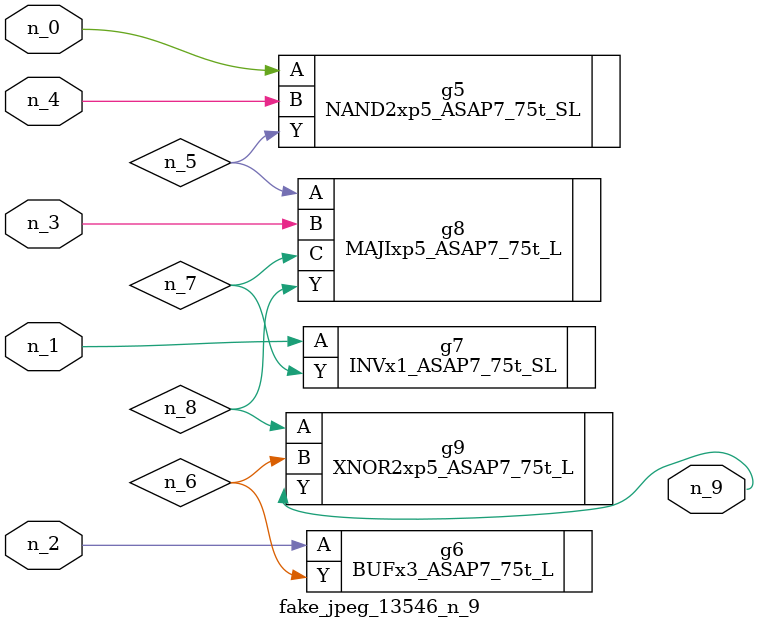
<source format=v>
module fake_jpeg_13546_n_9 (n_3, n_2, n_1, n_0, n_4, n_9);

input n_3;
input n_2;
input n_1;
input n_0;
input n_4;

output n_9;

wire n_8;
wire n_6;
wire n_5;
wire n_7;

NAND2xp5_ASAP7_75t_SL g5 ( 
.A(n_0),
.B(n_4),
.Y(n_5)
);

BUFx3_ASAP7_75t_L g6 ( 
.A(n_2),
.Y(n_6)
);

INVx1_ASAP7_75t_SL g7 ( 
.A(n_1),
.Y(n_7)
);

MAJIxp5_ASAP7_75t_L g8 ( 
.A(n_5),
.B(n_3),
.C(n_7),
.Y(n_8)
);

XNOR2xp5_ASAP7_75t_L g9 ( 
.A(n_8),
.B(n_6),
.Y(n_9)
);


endmodule
</source>
